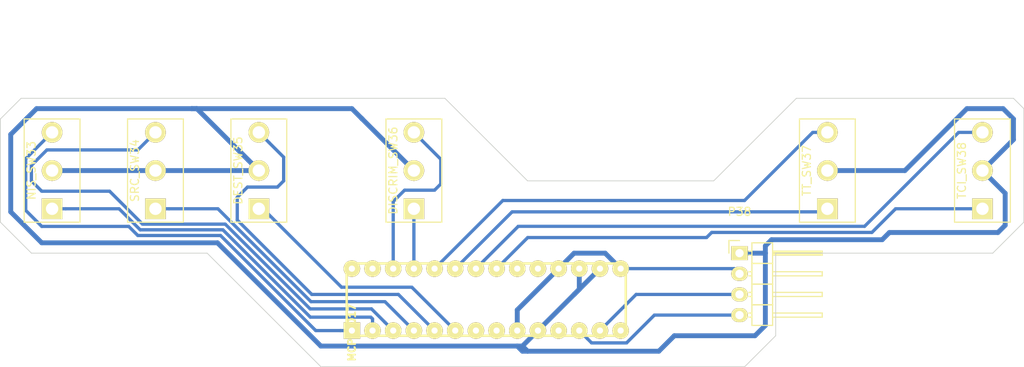
<source format=kicad_pcb>
(kicad_pcb (version 4) (host pcbnew 4.0.2-stable)

  (general
    (links 26)
    (no_connects 0)
    (area 63.449999 42.87 189.280001 87.680001)
    (thickness 1.6)
    (drawings 18)
    (tracks 136)
    (zones 0)
    (modules 8)
    (nets 17)
  )

  (page A4)
  (layers
    (0 F.Cu signal)
    (31 B.Cu signal)
    (32 B.Adhes user)
    (33 F.Adhes user)
    (34 B.Paste user)
    (35 F.Paste user)
    (36 B.SilkS user)
    (37 F.SilkS user)
    (38 B.Mask user)
    (39 F.Mask user)
    (40 Dwgs.User user)
    (41 Cmts.User user)
    (42 Eco1.User user)
    (43 Eco2.User user)
    (44 Edge.Cuts user)
    (45 Margin user)
    (46 B.CrtYd user)
    (47 F.CrtYd user)
    (48 B.Fab user)
    (49 F.Fab user)
  )

  (setup
    (last_trace_width 0.4)
    (trace_clearance 0.3)
    (zone_clearance 0.508)
    (zone_45_only no)
    (trace_min 0.2)
    (segment_width 0.2)
    (edge_width 0.1)
    (via_size 1.6)
    (via_drill 1)
    (via_min_size 0.4)
    (via_min_drill 0.3)
    (uvia_size 0.3)
    (uvia_drill 0.1)
    (uvias_allowed no)
    (uvia_min_size 0.2)
    (uvia_min_drill 0.1)
    (pcb_text_width 0.3)
    (pcb_text_size 1.5 1.5)
    (mod_edge_width 0.15)
    (mod_text_size 1 1)
    (mod_text_width 0.15)
    (pad_size 1.5 1.5)
    (pad_drill 0.6)
    (pad_to_mask_clearance 0)
    (aux_axis_origin 0 0)
    (visible_elements FFFFFF7F)
    (pcbplotparams
      (layerselection 0x01000_80000001)
      (usegerberextensions false)
      (excludeedgelayer true)
      (linewidth 0.100000)
      (plotframeref false)
      (viasonmask false)
      (mode 1)
      (useauxorigin false)
      (hpglpennumber 1)
      (hpglpenspeed 20)
      (hpglpendiameter 15)
      (hpglpenoverlay 2)
      (psnegative false)
      (psa4output false)
      (plotreference true)
      (plotvalue true)
      (plotinvisibletext false)
      (padsonsilk false)
      (subtractmaskfromsilk false)
      (outputformat 1)
      (mirror false)
      (drillshape 0)
      (scaleselection 1)
      (outputdirectory ../plans/v1_board_assembly/))
  )

  (net 0 "")
  (net 1 GND)
  (net 2 VDD)
  (net 3 /SDA)
  (net 4 /SCK)
  (net 5 /NIS_A)
  (net 6 /NIS_B)
  (net 7 /SRC_A)
  (net 8 /SRC_B)
  (net 9 /DEST_A)
  (net 10 /DEST_B)
  (net 11 /DISCRIM_A)
  (net 12 /DISCRIM_B)
  (net 13 /TT_A)
  (net 14 /TT_B)
  (net 15 /TCI_A)
  (net 16 /TCI_B)

  (net_class Default "This is the default net class."
    (clearance 0.3)
    (trace_width 0.4)
    (via_dia 1.6)
    (via_drill 1)
    (uvia_dia 0.3)
    (uvia_drill 0.1)
    (add_net /DEST_A)
    (add_net /DEST_B)
    (add_net /DISCRIM_A)
    (add_net /DISCRIM_B)
    (add_net /NIS_A)
    (add_net /NIS_B)
    (add_net /SCK)
    (add_net /SDA)
    (add_net /SRC_A)
    (add_net /SRC_B)
    (add_net /TCI_A)
    (add_net /TCI_B)
    (add_net /TT_A)
    (add_net /TT_B)
  )

  (net_class power ""
    (clearance 0.4)
    (trace_width 0.6)
    (via_dia 1.6)
    (via_drill 1)
    (uvia_dia 0.3)
    (uvia_drill 0.1)
    (add_net GND)
    (add_net VDD)
  )

  (module Pin_Headers:Pin_Header_Angled_1x04 (layer F.Cu) (tedit 0) (tstamp 57AB3D83)
    (at 154.305 73.66)
    (descr "Through hole pin header")
    (tags "pin header")
    (path /57AB8314)
    (fp_text reference P38 (at 0 -5.1) (layer F.SilkS)
      (effects (font (size 1 1) (thickness 0.15)))
    )
    (fp_text value CONN_01X04 (at 0 -3.1) (layer F.Fab)
      (effects (font (size 1 1) (thickness 0.15)))
    )
    (fp_line (start -1.5 -1.75) (end -1.5 9.4) (layer F.CrtYd) (width 0.05))
    (fp_line (start 10.65 -1.75) (end 10.65 9.4) (layer F.CrtYd) (width 0.05))
    (fp_line (start -1.5 -1.75) (end 10.65 -1.75) (layer F.CrtYd) (width 0.05))
    (fp_line (start -1.5 9.4) (end 10.65 9.4) (layer F.CrtYd) (width 0.05))
    (fp_line (start -1.3 -1.55) (end -1.3 0) (layer F.SilkS) (width 0.15))
    (fp_line (start 0 -1.55) (end -1.3 -1.55) (layer F.SilkS) (width 0.15))
    (fp_line (start 4.191 -0.127) (end 10.033 -0.127) (layer F.SilkS) (width 0.15))
    (fp_line (start 10.033 -0.127) (end 10.033 0.127) (layer F.SilkS) (width 0.15))
    (fp_line (start 10.033 0.127) (end 4.191 0.127) (layer F.SilkS) (width 0.15))
    (fp_line (start 4.191 0.127) (end 4.191 0) (layer F.SilkS) (width 0.15))
    (fp_line (start 4.191 0) (end 10.033 0) (layer F.SilkS) (width 0.15))
    (fp_line (start 1.524 -0.254) (end 1.143 -0.254) (layer F.SilkS) (width 0.15))
    (fp_line (start 1.524 0.254) (end 1.143 0.254) (layer F.SilkS) (width 0.15))
    (fp_line (start 1.524 2.286) (end 1.143 2.286) (layer F.SilkS) (width 0.15))
    (fp_line (start 1.524 2.794) (end 1.143 2.794) (layer F.SilkS) (width 0.15))
    (fp_line (start 1.524 4.826) (end 1.143 4.826) (layer F.SilkS) (width 0.15))
    (fp_line (start 1.524 5.334) (end 1.143 5.334) (layer F.SilkS) (width 0.15))
    (fp_line (start 1.524 7.874) (end 1.143 7.874) (layer F.SilkS) (width 0.15))
    (fp_line (start 1.524 7.366) (end 1.143 7.366) (layer F.SilkS) (width 0.15))
    (fp_line (start 1.524 -1.27) (end 4.064 -1.27) (layer F.SilkS) (width 0.15))
    (fp_line (start 1.524 1.27) (end 4.064 1.27) (layer F.SilkS) (width 0.15))
    (fp_line (start 1.524 1.27) (end 1.524 3.81) (layer F.SilkS) (width 0.15))
    (fp_line (start 1.524 3.81) (end 4.064 3.81) (layer F.SilkS) (width 0.15))
    (fp_line (start 4.064 2.286) (end 10.16 2.286) (layer F.SilkS) (width 0.15))
    (fp_line (start 10.16 2.286) (end 10.16 2.794) (layer F.SilkS) (width 0.15))
    (fp_line (start 10.16 2.794) (end 4.064 2.794) (layer F.SilkS) (width 0.15))
    (fp_line (start 4.064 3.81) (end 4.064 1.27) (layer F.SilkS) (width 0.15))
    (fp_line (start 4.064 1.27) (end 4.064 -1.27) (layer F.SilkS) (width 0.15))
    (fp_line (start 10.16 0.254) (end 4.064 0.254) (layer F.SilkS) (width 0.15))
    (fp_line (start 10.16 -0.254) (end 10.16 0.254) (layer F.SilkS) (width 0.15))
    (fp_line (start 4.064 -0.254) (end 10.16 -0.254) (layer F.SilkS) (width 0.15))
    (fp_line (start 1.524 1.27) (end 4.064 1.27) (layer F.SilkS) (width 0.15))
    (fp_line (start 1.524 -1.27) (end 1.524 1.27) (layer F.SilkS) (width 0.15))
    (fp_line (start 1.524 6.35) (end 4.064 6.35) (layer F.SilkS) (width 0.15))
    (fp_line (start 1.524 6.35) (end 1.524 8.89) (layer F.SilkS) (width 0.15))
    (fp_line (start 1.524 8.89) (end 4.064 8.89) (layer F.SilkS) (width 0.15))
    (fp_line (start 4.064 7.366) (end 10.16 7.366) (layer F.SilkS) (width 0.15))
    (fp_line (start 10.16 7.366) (end 10.16 7.874) (layer F.SilkS) (width 0.15))
    (fp_line (start 10.16 7.874) (end 4.064 7.874) (layer F.SilkS) (width 0.15))
    (fp_line (start 4.064 8.89) (end 4.064 6.35) (layer F.SilkS) (width 0.15))
    (fp_line (start 4.064 6.35) (end 4.064 3.81) (layer F.SilkS) (width 0.15))
    (fp_line (start 10.16 5.334) (end 4.064 5.334) (layer F.SilkS) (width 0.15))
    (fp_line (start 10.16 4.826) (end 10.16 5.334) (layer F.SilkS) (width 0.15))
    (fp_line (start 4.064 4.826) (end 10.16 4.826) (layer F.SilkS) (width 0.15))
    (fp_line (start 1.524 6.35) (end 4.064 6.35) (layer F.SilkS) (width 0.15))
    (fp_line (start 1.524 3.81) (end 1.524 6.35) (layer F.SilkS) (width 0.15))
    (fp_line (start 1.524 3.81) (end 4.064 3.81) (layer F.SilkS) (width 0.15))
    (pad 1 thru_hole rect (at 0 0) (size 2.032 1.7272) (drill 1.016) (layers *.Cu *.Mask F.SilkS)
      (net 1 GND))
    (pad 2 thru_hole oval (at 0 2.54) (size 2.032 1.7272) (drill 1.016) (layers *.Cu *.Mask F.SilkS)
      (net 2 VDD))
    (pad 3 thru_hole oval (at 0 5.08) (size 2.032 1.7272) (drill 1.016) (layers *.Cu *.Mask F.SilkS)
      (net 3 /SDA))
    (pad 4 thru_hole oval (at 0 7.62) (size 2.032 1.7272) (drill 1.016) (layers *.Cu *.Mask F.SilkS)
      (net 4 /SCK))
    (model Pin_Headers.3dshapes/Pin_Header_Angled_1x04.wrl
      (at (xyz 0 -0.15 0))
      (scale (xyz 1 1 1))
      (rotate (xyz 0 0 90))
    )
  )

  (module myparts:SW_SPDT-custom (layer F.Cu) (tedit 57A880BF) (tstamp 57AB3D93)
    (at 69.85 63.5 90)
    (tags "Switch SPDT")
    (path /57AB8A36)
    (fp_text reference NIS_SW33 (at 0 -2.54 90) (layer F.SilkS)
      (effects (font (size 1 1) (thickness 0.15)))
    )
    (fp_text value SWITCH_INV (at 0.025 2.45 90) (layer F.Fab)
      (effects (font (size 1 1) (thickness 0.15)))
    )
    (fp_line (start 7 1.5) (end 5 1.5) (layer B.Fab) (width 0.15))
    (fp_line (start 7 -1.5) (end 7 1.5) (layer B.Fab) (width 0.15))
    (fp_line (start 5 -1.5) (end 7 -1.5) (layer B.Fab) (width 0.15))
    (fp_line (start 5 1.5) (end 5 -1.5) (layer B.Fab) (width 0.15))
    (fp_circle (center 0 0) (end 3.175 0) (layer B.Fab) (width 0.15))
    (fp_line (start -6.35 3.429) (end -6.35 -3.429) (layer F.SilkS) (width 0.15))
    (fp_line (start -6.35 -3.429) (end 6.35 -3.429) (layer F.SilkS) (width 0.15))
    (fp_line (start 6.35 -3.429) (end 6.35 3.429) (layer F.SilkS) (width 0.15))
    (fp_line (start 6.35 3.429) (end -6.35 3.429) (layer F.SilkS) (width 0.15))
    (pad 1 thru_hole rect (at -4.699 0 90) (size 2.54 2.54) (drill 1.524) (layers *.Cu *.Mask F.SilkS)
      (net 5 /NIS_A))
    (pad 2 thru_hole circle (at 0 0 90) (size 2.54 2.54) (drill 1.524) (layers *.Cu *.Mask F.SilkS)
      (net 1 GND))
    (pad 3 thru_hole circle (at 4.699 0 90) (size 2.54 2.54) (drill 1.524) (layers *.Cu *.Mask F.SilkS)
      (net 6 /NIS_B))
  )

  (module myparts:SW_SPDT-custom (layer F.Cu) (tedit 57A880BF) (tstamp 57AB3DA3)
    (at 82.55 63.5 90)
    (tags "Switch SPDT")
    (path /57AB8A3C)
    (fp_text reference SRC_SW34 (at 0 -2.54 90) (layer F.SilkS)
      (effects (font (size 1 1) (thickness 0.15)))
    )
    (fp_text value SWITCH_INV (at 0.025 2.45 90) (layer F.Fab)
      (effects (font (size 1 1) (thickness 0.15)))
    )
    (fp_line (start 7 1.5) (end 5 1.5) (layer B.Fab) (width 0.15))
    (fp_line (start 7 -1.5) (end 7 1.5) (layer B.Fab) (width 0.15))
    (fp_line (start 5 -1.5) (end 7 -1.5) (layer B.Fab) (width 0.15))
    (fp_line (start 5 1.5) (end 5 -1.5) (layer B.Fab) (width 0.15))
    (fp_circle (center 0 0) (end 3.175 0) (layer B.Fab) (width 0.15))
    (fp_line (start -6.35 3.429) (end -6.35 -3.429) (layer F.SilkS) (width 0.15))
    (fp_line (start -6.35 -3.429) (end 6.35 -3.429) (layer F.SilkS) (width 0.15))
    (fp_line (start 6.35 -3.429) (end 6.35 3.429) (layer F.SilkS) (width 0.15))
    (fp_line (start 6.35 3.429) (end -6.35 3.429) (layer F.SilkS) (width 0.15))
    (pad 1 thru_hole rect (at -4.699 0 90) (size 2.54 2.54) (drill 1.524) (layers *.Cu *.Mask F.SilkS)
      (net 7 /SRC_A))
    (pad 2 thru_hole circle (at 0 0 90) (size 2.54 2.54) (drill 1.524) (layers *.Cu *.Mask F.SilkS)
      (net 1 GND))
    (pad 3 thru_hole circle (at 4.699 0 90) (size 2.54 2.54) (drill 1.524) (layers *.Cu *.Mask F.SilkS)
      (net 8 /SRC_B))
  )

  (module myparts:SW_SPDT-custom (layer F.Cu) (tedit 57A880BF) (tstamp 57AB3DB3)
    (at 95.25 63.5 90)
    (tags "Switch SPDT")
    (path /57AB8A42)
    (fp_text reference DEST_SW35 (at 0 -2.54 90) (layer F.SilkS)
      (effects (font (size 1 1) (thickness 0.15)))
    )
    (fp_text value SWITCH_INV (at 0.025 2.45 90) (layer F.Fab)
      (effects (font (size 1 1) (thickness 0.15)))
    )
    (fp_line (start 7 1.5) (end 5 1.5) (layer B.Fab) (width 0.15))
    (fp_line (start 7 -1.5) (end 7 1.5) (layer B.Fab) (width 0.15))
    (fp_line (start 5 -1.5) (end 7 -1.5) (layer B.Fab) (width 0.15))
    (fp_line (start 5 1.5) (end 5 -1.5) (layer B.Fab) (width 0.15))
    (fp_circle (center 0 0) (end 3.175 0) (layer B.Fab) (width 0.15))
    (fp_line (start -6.35 3.429) (end -6.35 -3.429) (layer F.SilkS) (width 0.15))
    (fp_line (start -6.35 -3.429) (end 6.35 -3.429) (layer F.SilkS) (width 0.15))
    (fp_line (start 6.35 -3.429) (end 6.35 3.429) (layer F.SilkS) (width 0.15))
    (fp_line (start 6.35 3.429) (end -6.35 3.429) (layer F.SilkS) (width 0.15))
    (pad 1 thru_hole rect (at -4.699 0 90) (size 2.54 2.54) (drill 1.524) (layers *.Cu *.Mask F.SilkS)
      (net 9 /DEST_A))
    (pad 2 thru_hole circle (at 0 0 90) (size 2.54 2.54) (drill 1.524) (layers *.Cu *.Mask F.SilkS)
      (net 1 GND))
    (pad 3 thru_hole circle (at 4.699 0 90) (size 2.54 2.54) (drill 1.524) (layers *.Cu *.Mask F.SilkS)
      (net 10 /DEST_B))
  )

  (module myparts:SW_SPDT-custom (layer F.Cu) (tedit 57A880BF) (tstamp 57AB3DC3)
    (at 114.3 63.5 90)
    (tags "Switch SPDT")
    (path /57AB8288)
    (fp_text reference DISCRIM_SW36 (at 0 -2.54 90) (layer F.SilkS)
      (effects (font (size 1 1) (thickness 0.15)))
    )
    (fp_text value SWITCH_INV (at 0.025 2.45 90) (layer F.Fab)
      (effects (font (size 1 1) (thickness 0.15)))
    )
    (fp_line (start 7 1.5) (end 5 1.5) (layer B.Fab) (width 0.15))
    (fp_line (start 7 -1.5) (end 7 1.5) (layer B.Fab) (width 0.15))
    (fp_line (start 5 -1.5) (end 7 -1.5) (layer B.Fab) (width 0.15))
    (fp_line (start 5 1.5) (end 5 -1.5) (layer B.Fab) (width 0.15))
    (fp_circle (center 0 0) (end 3.175 0) (layer B.Fab) (width 0.15))
    (fp_line (start -6.35 3.429) (end -6.35 -3.429) (layer F.SilkS) (width 0.15))
    (fp_line (start -6.35 -3.429) (end 6.35 -3.429) (layer F.SilkS) (width 0.15))
    (fp_line (start 6.35 -3.429) (end 6.35 3.429) (layer F.SilkS) (width 0.15))
    (fp_line (start 6.35 3.429) (end -6.35 3.429) (layer F.SilkS) (width 0.15))
    (pad 1 thru_hole rect (at -4.699 0 90) (size 2.54 2.54) (drill 1.524) (layers *.Cu *.Mask F.SilkS)
      (net 11 /DISCRIM_A))
    (pad 2 thru_hole circle (at 0 0 90) (size 2.54 2.54) (drill 1.524) (layers *.Cu *.Mask F.SilkS)
      (net 1 GND))
    (pad 3 thru_hole circle (at 4.699 0 90) (size 2.54 2.54) (drill 1.524) (layers *.Cu *.Mask F.SilkS)
      (net 12 /DISCRIM_B))
  )

  (module myparts:SW_SPDT-custom (layer F.Cu) (tedit 57A880BF) (tstamp 57AB3DD3)
    (at 165.1 63.5 90)
    (tags "Switch SPDT")
    (path /57AB828F)
    (fp_text reference TT_SW37 (at 0 -2.54 90) (layer F.SilkS)
      (effects (font (size 1 1) (thickness 0.15)))
    )
    (fp_text value SWITCH_INV (at 0.025 2.45 90) (layer F.Fab)
      (effects (font (size 1 1) (thickness 0.15)))
    )
    (fp_line (start 7 1.5) (end 5 1.5) (layer B.Fab) (width 0.15))
    (fp_line (start 7 -1.5) (end 7 1.5) (layer B.Fab) (width 0.15))
    (fp_line (start 5 -1.5) (end 7 -1.5) (layer B.Fab) (width 0.15))
    (fp_line (start 5 1.5) (end 5 -1.5) (layer B.Fab) (width 0.15))
    (fp_circle (center 0 0) (end 3.175 0) (layer B.Fab) (width 0.15))
    (fp_line (start -6.35 3.429) (end -6.35 -3.429) (layer F.SilkS) (width 0.15))
    (fp_line (start -6.35 -3.429) (end 6.35 -3.429) (layer F.SilkS) (width 0.15))
    (fp_line (start 6.35 -3.429) (end 6.35 3.429) (layer F.SilkS) (width 0.15))
    (fp_line (start 6.35 3.429) (end -6.35 3.429) (layer F.SilkS) (width 0.15))
    (pad 1 thru_hole rect (at -4.699 0 90) (size 2.54 2.54) (drill 1.524) (layers *.Cu *.Mask F.SilkS)
      (net 13 /TT_A))
    (pad 2 thru_hole circle (at 0 0 90) (size 2.54 2.54) (drill 1.524) (layers *.Cu *.Mask F.SilkS)
      (net 1 GND))
    (pad 3 thru_hole circle (at 4.699 0 90) (size 2.54 2.54) (drill 1.524) (layers *.Cu *.Mask F.SilkS)
      (net 14 /TT_B))
  )

  (module myparts:SW_SPDT-custom (layer F.Cu) (tedit 57A880BF) (tstamp 57AB3DE3)
    (at 184.15 63.5 90)
    (tags "Switch SPDT")
    (path /57AB8296)
    (fp_text reference TCI_SW38 (at 0 -2.54 90) (layer F.SilkS)
      (effects (font (size 1 1) (thickness 0.15)))
    )
    (fp_text value SWITCH_INV (at 0.025 2.45 90) (layer F.Fab)
      (effects (font (size 1 1) (thickness 0.15)))
    )
    (fp_line (start 7 1.5) (end 5 1.5) (layer B.Fab) (width 0.15))
    (fp_line (start 7 -1.5) (end 7 1.5) (layer B.Fab) (width 0.15))
    (fp_line (start 5 -1.5) (end 7 -1.5) (layer B.Fab) (width 0.15))
    (fp_line (start 5 1.5) (end 5 -1.5) (layer B.Fab) (width 0.15))
    (fp_circle (center 0 0) (end 3.175 0) (layer B.Fab) (width 0.15))
    (fp_line (start -6.35 3.429) (end -6.35 -3.429) (layer F.SilkS) (width 0.15))
    (fp_line (start -6.35 -3.429) (end 6.35 -3.429) (layer F.SilkS) (width 0.15))
    (fp_line (start 6.35 -3.429) (end 6.35 3.429) (layer F.SilkS) (width 0.15))
    (fp_line (start 6.35 3.429) (end -6.35 3.429) (layer F.SilkS) (width 0.15))
    (pad 1 thru_hole rect (at -4.699 0 90) (size 2.54 2.54) (drill 1.524) (layers *.Cu *.Mask F.SilkS)
      (net 15 /TCI_A))
    (pad 2 thru_hole circle (at 0 0 90) (size 2.54 2.54) (drill 1.524) (layers *.Cu *.Mask F.SilkS)
      (net 1 GND))
    (pad 3 thru_hole circle (at 4.699 0 90) (size 2.54 2.54) (drill 1.524) (layers *.Cu *.Mask F.SilkS)
      (net 16 /TCI_B))
  )

  (module DIL28:DIL28 (layer F.Cu) (tedit 200000) (tstamp 57AB3E07)
    (at 106.68 83.185)
    (descr "e.g. MCP23017")
    (path /57AB82CD)
    (fp_text reference U10 (at 0 -0.254 270) (layer F.SilkS)
      (effects (font (size 0.889 0.889) (thickness 0.3048)))
    )
    (fp_text value MCP23017 (at 0 0.254 270) (layer F.SilkS)
      (effects (font (size 0.889 0.889) (thickness 0.3048)))
    )
    (fp_line (start -0.635 0.635) (end 33.655 0.635) (layer F.SilkS) (width 0.3048))
    (fp_line (start 33.655 0.635) (end 33.655 -8.255) (layer F.SilkS) (width 0.3048))
    (fp_line (start 33.655 -8.255) (end -0.635 -8.255) (layer F.SilkS) (width 0.3048))
    (fp_line (start -0.635 -8.255) (end -0.635 0.635) (layer F.SilkS) (width 0.3048))
    (pad 1 thru_hole rect (at 0 0) (size 2.032 2.032) (drill 0.762) (layers *.Cu *.Mask F.SilkS)
      (net 6 /NIS_B))
    (pad 2 thru_hole circle (at 2.54 0) (size 2.032 2.032) (drill 0.762) (layers *.Cu *.Mask F.SilkS)
      (net 5 /NIS_A))
    (pad 3 thru_hole circle (at 5.08 0) (size 2.032 2.032) (drill 0.762) (layers *.Cu *.Mask F.SilkS)
      (net 8 /SRC_B))
    (pad 4 thru_hole circle (at 7.62 0) (size 2.032 2.032) (drill 0.762) (layers *.Cu *.Mask F.SilkS)
      (net 7 /SRC_A))
    (pad 5 thru_hole circle (at 10.16 0) (size 2.032 2.032) (drill 0.762) (layers *.Cu *.Mask F.SilkS)
      (net 10 /DEST_B))
    (pad 6 thru_hole circle (at 12.7 0) (size 2.032 2.032) (drill 0.762) (layers *.Cu *.Mask F.SilkS)
      (net 9 /DEST_A))
    (pad 7 thru_hole circle (at 15.24 0) (size 2.032 2.032) (drill 0.762) (layers *.Cu *.Mask F.SilkS))
    (pad 8 thru_hole circle (at 17.78 0) (size 2.032 2.032) (drill 0.762) (layers *.Cu *.Mask F.SilkS))
    (pad 9 thru_hole circle (at 20.32 0) (size 2.032 2.032) (drill 0.762) (layers *.Cu *.Mask F.SilkS)
      (net 2 VDD))
    (pad 10 thru_hole circle (at 22.86 0) (size 2.032 2.032) (drill 0.762) (layers *.Cu *.Mask F.SilkS)
      (net 1 GND))
    (pad 11 thru_hole circle (at 25.4 0) (size 2.032 2.032) (drill 0.762) (layers *.Cu *.Mask F.SilkS))
    (pad 12 thru_hole circle (at 27.94 0) (size 2.032 2.032) (drill 0.762) (layers *.Cu *.Mask F.SilkS)
      (net 4 /SCK))
    (pad 13 thru_hole circle (at 30.48 0) (size 2.032 2.032) (drill 0.762) (layers *.Cu *.Mask F.SilkS)
      (net 3 /SDA))
    (pad 14 thru_hole circle (at 33.02 0) (size 2.032 2.032) (drill 0.762) (layers *.Cu *.Mask F.SilkS))
    (pad 15 thru_hole circle (at 33.02 -7.62 180) (size 2.032 2.032) (drill 0.762) (layers *.Cu *.Mask F.SilkS)
      (net 2 VDD))
    (pad 16 thru_hole circle (at 30.48 -7.62 180) (size 2.032 2.032) (drill 0.762) (layers *.Cu *.Mask F.SilkS)
      (net 1 GND))
    (pad 17 thru_hole circle (at 27.94 -7.62 180) (size 2.032 2.032) (drill 0.762) (layers *.Cu *.Mask F.SilkS)
      (net 1 GND))
    (pad 18 thru_hole circle (at 25.4 -7.62 180) (size 2.032 2.032) (drill 0.762) (layers *.Cu *.Mask F.SilkS)
      (net 2 VDD))
    (pad 19 thru_hole circle (at 22.86 -7.62 180) (size 2.032 2.032) (drill 0.762) (layers *.Cu *.Mask F.SilkS))
    (pad 20 thru_hole circle (at 20.32 -7.62 180) (size 2.032 2.032) (drill 0.762) (layers *.Cu *.Mask F.SilkS))
    (pad 21 thru_hole circle (at 17.78 -7.62 180) (size 2.032 2.032) (drill 0.762) (layers *.Cu *.Mask F.SilkS)
      (net 15 /TCI_A))
    (pad 22 thru_hole circle (at 15.24 -7.62 180) (size 2.032 2.032) (drill 0.762) (layers *.Cu *.Mask F.SilkS)
      (net 16 /TCI_B))
    (pad 23 thru_hole circle (at 12.7 -7.62 180) (size 2.032 2.032) (drill 0.762) (layers *.Cu *.Mask F.SilkS)
      (net 13 /TT_A))
    (pad 24 thru_hole circle (at 10.16 -7.62 180) (size 2.032 2.032) (drill 0.762) (layers *.Cu *.Mask F.SilkS)
      (net 14 /TT_B))
    (pad 25 thru_hole circle (at 7.62 -7.62 180) (size 2.032 2.032) (drill 0.762) (layers *.Cu *.Mask F.SilkS)
      (net 11 /DISCRIM_A))
    (pad 26 thru_hole circle (at 5.08 -7.62 180) (size 2.032 2.032) (drill 0.762) (layers *.Cu *.Mask F.SilkS)
      (net 12 /DISCRIM_B))
    (pad 27 thru_hole circle (at 2.54 -7.62 180) (size 2.032 2.032) (drill 0.762) (layers *.Cu *.Mask F.SilkS))
    (pad 28 thru_hole circle (at 0 -7.62 180) (size 2.032 2.032) (drill 0.762) (layers *.Cu *.Mask F.SilkS))
  )

  (gr_line (start 88.9 73.66) (end 102.87 87.63) (layer Edge.Cuts) (width 0.1))
  (gr_line (start 67.31 73.66) (end 88.9 73.66) (layer Edge.Cuts) (width 0.1))
  (gr_line (start 118.11 54.61) (end 128.27 64.77) (layer Edge.Cuts) (width 0.1))
  (gr_line (start 151.13 64.77) (end 128.27 64.77) (layer Edge.Cuts) (width 0.1))
  (gr_line (start 161.29 54.61) (end 151.13 64.77) (layer Edge.Cuts) (width 0.1))
  (gr_line (start 187.96 54.61) (end 161.29 54.61) (layer Edge.Cuts) (width 0.1))
  (gr_line (start 189.23 55.88) (end 187.96 54.61) (layer Edge.Cuts) (width 0.1))
  (gr_line (start 189.23 69.85) (end 189.23 55.88) (layer Edge.Cuts) (width 0.1))
  (gr_line (start 185.42 73.66) (end 189.23 69.85) (layer Edge.Cuts) (width 0.1))
  (gr_line (start 158.75 73.66) (end 185.42 73.66) (layer Edge.Cuts) (width 0.1))
  (gr_line (start 158.75 83.82) (end 158.75 73.66) (layer Edge.Cuts) (width 0.1))
  (gr_line (start 154.94 87.63) (end 158.75 83.82) (layer Edge.Cuts) (width 0.1))
  (gr_line (start 102.87 87.63) (end 154.94 87.63) (layer Edge.Cuts) (width 0.1))
  (gr_line (start 63.5 69.85) (end 67.31 73.66) (layer Edge.Cuts) (width 0.1))
  (gr_line (start 63.5 57.15) (end 63.5 69.85) (layer Edge.Cuts) (width 0.1))
  (gr_line (start 66.04 54.61) (end 63.5 57.15) (layer Edge.Cuts) (width 0.1))
  (gr_line (start 118.11 54.61) (end 66.04 54.61) (layer Edge.Cuts) (width 0.1))
  (dimension 50.8 (width 0.3) (layer Cmts.User)
    (gr_text "50.800 mm" (at 139.7 44.37) (layer Cmts.User)
      (effects (font (size 1.5 1.5) (thickness 0.3)))
    )
    (feature1 (pts (xy 165.1 50.8) (xy 165.1 43.02)))
    (feature2 (pts (xy 114.3 50.8) (xy 114.3 43.02)))
    (crossbar (pts (xy 114.3 45.72) (xy 165.1 45.72)))
    (arrow1a (pts (xy 165.1 45.72) (xy 163.973496 46.306421)))
    (arrow1b (pts (xy 165.1 45.72) (xy 163.973496 45.133579)))
    (arrow2a (pts (xy 114.3 45.72) (xy 115.426504 46.306421)))
    (arrow2b (pts (xy 114.3 45.72) (xy 115.426504 45.133579)))
  )

  (segment (start 144.391001 85.725) (end 128.27 85.725) (width 0.6) (layer B.Cu) (net 1))
  (segment (start 128.27 85.725) (end 127.635 85.725) (width 0.6) (layer B.Cu) (net 1))
  (segment (start 127.635 85.09) (end 128.27 85.725) (width 0.6) (layer B.Cu) (net 1))
  (segment (start 102.87 85.09) (end 127 85.09) (width 0.6) (layer B.Cu) (net 1))
  (segment (start 127.635 85.725) (end 127 85.09) (width 0.6) (layer B.Cu) (net 1))
  (segment (start 127 85.09) (end 127.635 85.09) (width 0.6) (layer B.Cu) (net 1))
  (segment (start 68.58 72.39) (end 90.17 72.39) (width 0.6) (layer B.Cu) (net 1))
  (segment (start 127.635 85.09) (end 129.54 83.185) (width 0.6) (layer B.Cu) (net 1))
  (segment (start 90.17 72.39) (end 102.87 85.09) (width 0.6) (layer B.Cu) (net 1))
  (segment (start 64.77 68.58) (end 68.58 72.39) (width 0.6) (layer B.Cu) (net 1))
  (segment (start 144.391001 85.725) (end 146.296001 83.82) (width 0.6) (layer B.Cu) (net 1))
  (segment (start 146.296001 83.82) (end 156.21 83.82) (width 0.6) (layer B.Cu) (net 1))
  (segment (start 156.21 83.82) (end 157.48 82.55) (width 0.6) (layer B.Cu) (net 1))
  (segment (start 157.48 82.55) (end 157.48 73.66) (width 0.6) (layer B.Cu) (net 1))
  (segment (start 184.15 63.5) (end 186.944 66.294) (width 0.6) (layer B.Cu) (net 1))
  (segment (start 186.944 66.294) (end 186.944 70.231) (width 0.6) (layer B.Cu) (net 1))
  (segment (start 172.72 71.12) (end 171.831 72.009) (width 0.6) (layer B.Cu) (net 1))
  (segment (start 186.944 70.231) (end 186.055 71.12) (width 0.6) (layer B.Cu) (net 1))
  (segment (start 186.055 71.12) (end 172.72 71.12) (width 0.6) (layer B.Cu) (net 1))
  (segment (start 171.831 72.009) (end 158.242 72.009) (width 0.6) (layer B.Cu) (net 1))
  (segment (start 158.242 72.009) (end 157.48 72.771) (width 0.6) (layer B.Cu) (net 1))
  (segment (start 157.48 72.771) (end 157.48 73.66) (width 0.6) (layer B.Cu) (net 1))
  (segment (start 67.945 55.88) (end 86.995 55.88) (width 0.6) (layer B.Cu) (net 1))
  (segment (start 86.995 55.88) (end 106.68 55.88) (width 0.6) (layer B.Cu) (net 1))
  (segment (start 95.25 63.5) (end 87.63 55.88) (width 0.6) (layer B.Cu) (net 1))
  (segment (start 87.63 55.88) (end 86.995 55.88) (width 0.6) (layer B.Cu) (net 1))
  (segment (start 114.3 63.5) (end 107.95 57.15) (width 0.6) (layer B.Cu) (net 1))
  (segment (start 107.95 57.15) (end 107.830999 57.030999) (width 0.6) (layer B.Cu) (net 1))
  (segment (start 66.794001 57.030999) (end 67.945 55.88) (width 0.6) (layer B.Cu) (net 1))
  (segment (start 106.68 55.88) (end 107.95 57.15) (width 0.6) (layer B.Cu) (net 1))
  (segment (start 66.794001 57.030999) (end 64.77 59.055) (width 0.6) (layer B.Cu) (net 1))
  (segment (start 64.77 59.055) (end 64.77 68.58) (width 0.6) (layer B.Cu) (net 1))
  (segment (start 157.48 73.66) (end 154.305 73.66) (width 0.6) (layer B.Cu) (net 1))
  (segment (start 134.62 78.105) (end 133.985 78.74) (width 0.6) (layer B.Cu) (net 1))
  (segment (start 133.985 78.74) (end 129.54 83.185) (width 0.6) (layer B.Cu) (net 1))
  (segment (start 137.16 75.565) (end 133.985 78.74) (width 0.6) (layer B.Cu) (net 1))
  (segment (start 187.96 57.15) (end 187.96 59.69) (width 0.6) (layer B.Cu) (net 1))
  (segment (start 187.96 59.69) (end 184.15 63.5) (width 0.6) (layer B.Cu) (net 1))
  (segment (start 186.69 55.88) (end 187.96 57.15) (width 0.6) (layer B.Cu) (net 1))
  (segment (start 182.245 55.88) (end 186.69 55.88) (width 0.6) (layer B.Cu) (net 1))
  (segment (start 174.625 63.5) (end 182.245 55.88) (width 0.6) (layer B.Cu) (net 1))
  (segment (start 165.1 63.5) (end 174.625 63.5) (width 0.6) (layer B.Cu) (net 1))
  (segment (start 92.71 60.96) (end 93.980001 62.230001) (width 0.6) (layer B.Cu) (net 1))
  (segment (start 93.980001 62.230001) (end 95.25 63.5) (width 0.6) (layer B.Cu) (net 1))
  (segment (start 134.62 75.565) (end 134.62 78.105) (width 0.6) (layer B.Cu) (net 1))
  (segment (start 82.55 63.5) (end 69.85 63.5) (width 0.6) (layer B.Cu) (net 1))
  (segment (start 95.25 63.5) (end 82.55 63.5) (width 0.6) (layer B.Cu) (net 1))
  (segment (start 132.08 75.565) (end 127 80.645) (width 0.6) (layer B.Cu) (net 2))
  (segment (start 127 80.645) (end 127 83.185) (width 0.6) (layer B.Cu) (net 2))
  (segment (start 139.7 75.565) (end 137.795 73.66) (width 0.6) (layer B.Cu) (net 2))
  (segment (start 137.795 73.66) (end 133.985 73.66) (width 0.6) (layer B.Cu) (net 2))
  (segment (start 133.985 73.66) (end 132.08 75.565) (width 0.6) (layer B.Cu) (net 2))
  (segment (start 139.7 75.565) (end 153.67 75.565) (width 0.4) (layer B.Cu) (net 2))
  (segment (start 153.67 75.565) (end 154.305 76.2) (width 0.4) (layer B.Cu) (net 2))
  (segment (start 137.16 83.185) (end 141.605 78.74) (width 0.4) (layer B.Cu) (net 3))
  (segment (start 141.605 78.74) (end 154.305 78.74) (width 0.4) (layer B.Cu) (net 3))
  (segment (start 140.427681 84.701001) (end 136.136001 84.701001) (width 0.4) (layer B.Cu) (net 4))
  (segment (start 135.635999 84.200999) (end 134.62 83.185) (width 0.4) (layer B.Cu) (net 4))
  (segment (start 154.305 81.28) (end 143.848682 81.28) (width 0.4) (layer B.Cu) (net 4))
  (segment (start 143.848682 81.28) (end 140.427681 84.701001) (width 0.4) (layer B.Cu) (net 4))
  (segment (start 136.136001 84.701001) (end 135.635999 84.200999) (width 0.4) (layer B.Cu) (net 4))
  (segment (start 109.22 81.74816) (end 109.00584 81.534) (width 0.4) (layer B.Cu) (net 5))
  (segment (start 90.83275 70.789978) (end 80.67275 70.789978) (width 0.4) (layer B.Cu) (net 5))
  (segment (start 101.576772 81.534) (end 90.83275 70.789978) (width 0.4) (layer B.Cu) (net 5))
  (segment (start 109.22 83.185) (end 109.22 81.74816) (width 0.4) (layer B.Cu) (net 5))
  (segment (start 109.00584 81.534) (end 101.576772 81.534) (width 0.4) (layer B.Cu) (net 5))
  (segment (start 80.67275 70.789978) (end 78.081772 68.199) (width 0.4) (layer B.Cu) (net 5))
  (segment (start 78.081772 68.199) (end 71.52 68.199) (width 0.4) (layer B.Cu) (net 5))
  (segment (start 71.52 68.199) (end 69.85 68.199) (width 0.4) (layer B.Cu) (net 5))
  (segment (start 105.264 83.185) (end 106.68 83.185) (width 0.4) (layer B.Cu) (net 6))
  (segment (start 102.237806 83.185) (end 105.264 83.185) (width 0.4) (layer B.Cu) (net 6))
  (segment (start 68.58 70.369002) (end 79.261809 70.369002) (width 0.4) (layer B.Cu) (net 6))
  (segment (start 66.609989 68.398991) (end 68.58 70.369002) (width 0.4) (layer B.Cu) (net 6))
  (segment (start 90.542796 71.489989) (end 102.237806 83.185) (width 0.4) (layer B.Cu) (net 6))
  (segment (start 69.85 58.801) (end 66.609989 62.041011) (width 0.4) (layer B.Cu) (net 6))
  (segment (start 66.609989 62.041011) (end 66.609989 68.398991) (width 0.4) (layer B.Cu) (net 6))
  (segment (start 79.261809 70.369002) (end 80.382796 71.489989) (width 0.4) (layer B.Cu) (net 6))
  (segment (start 80.382796 71.489989) (end 90.542796 71.489989) (width 0.4) (layer B.Cu) (net 6))
  (segment (start 110.744 79.629) (end 101.651702 79.629) (width 0.4) (layer B.Cu) (net 7))
  (segment (start 84.22 68.199) (end 82.55 68.199) (width 0.4) (layer B.Cu) (net 7))
  (segment (start 114.3 83.185) (end 110.744 79.629) (width 0.4) (layer B.Cu) (net 7))
  (segment (start 101.651702 79.629) (end 90.221702 68.199) (width 0.4) (layer B.Cu) (net 7))
  (segment (start 90.221702 68.199) (end 84.22 68.199) (width 0.4) (layer B.Cu) (net 7))
  (segment (start 67.31 64.77) (end 68.58 66.04) (width 0.4) (layer B.Cu) (net 8))
  (segment (start 76.912737 66.04) (end 80.962703 70.089967) (width 0.4) (layer B.Cu) (net 8))
  (segment (start 67.31 62.865) (end 67.31 64.77) (width 0.4) (layer B.Cu) (net 8))
  (segment (start 91.122704 70.089967) (end 101.550737 80.518) (width 0.4) (layer B.Cu) (net 8))
  (segment (start 82.55 58.801) (end 80.391 60.96) (width 0.4) (layer B.Cu) (net 8))
  (segment (start 80.391 60.96) (end 69.215 60.96) (width 0.4) (layer B.Cu) (net 8))
  (segment (start 69.215 60.96) (end 67.31 62.865) (width 0.4) (layer B.Cu) (net 8))
  (segment (start 68.58 66.04) (end 76.912737 66.04) (width 0.4) (layer B.Cu) (net 8))
  (segment (start 101.550737 80.518) (end 109.093 80.518) (width 0.4) (layer B.Cu) (net 8))
  (segment (start 109.093 80.518) (end 110.744001 82.169001) (width 0.4) (layer B.Cu) (net 8))
  (segment (start 110.744001 82.169001) (end 111.76 83.185) (width 0.4) (layer B.Cu) (net 8))
  (segment (start 80.962703 70.089967) (end 91.122704 70.089967) (width 0.4) (layer B.Cu) (net 8))
  (segment (start 119.38 83.185) (end 114.046 77.851) (width 0.4) (layer B.Cu) (net 9))
  (segment (start 114.046 77.851) (end 105.41 77.851) (width 0.4) (layer B.Cu) (net 9))
  (segment (start 105.41 77.851) (end 95.758 68.199) (width 0.4) (layer B.Cu) (net 9))
  (segment (start 95.758 68.199) (end 95.25 68.199) (width 0.4) (layer B.Cu) (net 9))
  (segment (start 116.84 83.185) (end 112.395 78.74) (width 0.4) (layer B.Cu) (net 10))
  (segment (start 97.536 65.532) (end 98.298 64.77) (width 0.4) (layer B.Cu) (net 10))
  (segment (start 112.395 78.74) (end 101.752666 78.74) (width 0.4) (layer B.Cu) (net 10))
  (segment (start 92.600055 69.587389) (end 92.600055 66.784945) (width 0.4) (layer B.Cu) (net 10))
  (segment (start 92.600055 66.784945) (end 93.853 65.532) (width 0.4) (layer B.Cu) (net 10))
  (segment (start 101.752666 78.74) (end 92.600055 69.587389) (width 0.4) (layer B.Cu) (net 10))
  (segment (start 93.853 65.532) (end 97.536 65.532) (width 0.4) (layer B.Cu) (net 10))
  (segment (start 98.298 64.77) (end 98.298 61.849) (width 0.4) (layer B.Cu) (net 10))
  (segment (start 98.298 61.849) (end 96.519999 60.070999) (width 0.4) (layer B.Cu) (net 10))
  (segment (start 96.519999 60.070999) (end 95.25 58.801) (width 0.4) (layer B.Cu) (net 10))
  (segment (start 114.3 68.199) (end 114.3 75.565) (width 0.4) (layer B.Cu) (net 11))
  (segment (start 114.3 58.801) (end 115.951 60.452) (width 0.4) (layer B.Cu) (net 12))
  (segment (start 117.602 62.103) (end 115.951 60.452) (width 0.4) (layer B.Cu) (net 12))
  (segment (start 117.602 65.151) (end 117.602 62.103) (width 0.4) (layer B.Cu) (net 12))
  (segment (start 116.84 65.913) (end 117.602 65.151) (width 0.4) (layer B.Cu) (net 12))
  (segment (start 113.157 65.913) (end 111.76 67.31) (width 0.4) (layer B.Cu) (net 12))
  (segment (start 113.157 65.913) (end 116.84 65.913) (width 0.4) (layer B.Cu) (net 12))
  (segment (start 111.76 67.31) (end 111.76 75.565) (width 0.4) (layer B.Cu) (net 12))
  (segment (start 164.719 68.58) (end 126.365 68.58) (width 0.4) (layer B.Cu) (net 13))
  (segment (start 165.1 68.199) (end 164.719 68.58) (width 0.4) (layer B.Cu) (net 13))
  (segment (start 126.365 68.58) (end 119.38 75.565) (width 0.4) (layer B.Cu) (net 13))
  (segment (start 163.303949 58.801) (end 154.921949 67.183) (width 0.4) (layer B.Cu) (net 14))
  (segment (start 165.1 58.801) (end 163.303949 58.801) (width 0.4) (layer B.Cu) (net 14))
  (segment (start 154.921949 67.183) (end 125.222 67.183) (width 0.4) (layer B.Cu) (net 14))
  (segment (start 125.222 67.183) (end 116.84 75.565) (width 0.4) (layer B.Cu) (net 14))
  (segment (start 184.15 68.199) (end 173.482 68.199) (width 0.4) (layer B.Cu) (net 15))
  (segment (start 173.482 68.199) (end 170.572011 71.108989) (width 0.4) (layer B.Cu) (net 15))
  (segment (start 170.572011 71.108989) (end 150.887011 71.108989) (width 0.4) (layer B.Cu) (net 15))
  (segment (start 125.475999 74.549001) (end 124.46 75.565) (width 0.4) (layer B.Cu) (net 15))
  (segment (start 150.887011 71.108989) (end 150.252011 71.743989) (width 0.4) (layer B.Cu) (net 15))
  (segment (start 150.252011 71.743989) (end 128.281011 71.743989) (width 0.4) (layer B.Cu) (net 15))
  (segment (start 128.281011 71.743989) (end 125.475999 74.549001) (width 0.4) (layer B.Cu) (net 15))
  (segment (start 184.15 58.801) (end 181.229 58.801) (width 0.4) (layer B.Cu) (net 16))
  (segment (start 181.229 58.801) (end 169.672 70.358) (width 0.4) (layer B.Cu) (net 16))
  (segment (start 169.672 70.358) (end 127.127 70.358) (width 0.4) (layer B.Cu) (net 16))
  (segment (start 127.127 70.358) (end 122.935999 74.549001) (width 0.4) (layer B.Cu) (net 16))
  (segment (start 122.935999 74.549001) (end 121.92 75.565) (width 0.4) (layer B.Cu) (net 16))

)

</source>
